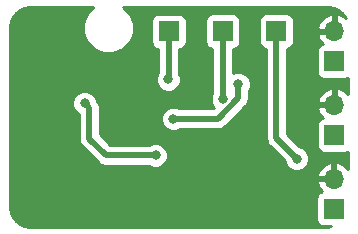
<source format=gbr>
G04 #@! TF.GenerationSoftware,KiCad,Pcbnew,(5.0.0)*
G04 #@! TF.CreationDate,2019-01-08T23:41:56-05:00*
G04 #@! TF.ProjectId,Relay Breakout,52656C617920427265616B6F75742E6B,rev?*
G04 #@! TF.SameCoordinates,Original*
G04 #@! TF.FileFunction,Copper,L2,Bot,Signal*
G04 #@! TF.FilePolarity,Positive*
%FSLAX46Y46*%
G04 Gerber Fmt 4.6, Leading zero omitted, Abs format (unit mm)*
G04 Created by KiCad (PCBNEW (5.0.0)) date 01/08/19 23:41:56*
%MOMM*%
%LPD*%
G01*
G04 APERTURE LIST*
G04 #@! TA.AperFunction,ComponentPad*
%ADD10R,1.700000X1.700000*%
G04 #@! TD*
G04 #@! TA.AperFunction,ComponentPad*
%ADD11O,1.700000X1.700000*%
G04 #@! TD*
G04 #@! TA.AperFunction,ViaPad*
%ADD12C,0.800000*%
G04 #@! TD*
G04 #@! TA.AperFunction,Conductor*
%ADD13C,0.500000*%
G04 #@! TD*
G04 #@! TA.AperFunction,Conductor*
%ADD14C,0.254000*%
G04 #@! TD*
G04 APERTURE END LIST*
D10*
G04 #@! TO.P,J2,1*
G04 #@! TO.N,Net-(J2-Pad1)*
X129352040Y-84251800D03*
D11*
G04 #@! TO.P,J2,2*
G04 #@! TO.N,GND*
X129352040Y-81711800D03*
G04 #@! TD*
G04 #@! TO.P,J3,2*
G04 #@! TO.N,GND*
X129346960Y-87970360D03*
D10*
G04 #@! TO.P,J3,1*
G04 #@! TO.N,Net-(J3-Pad1)*
X129346960Y-90510360D03*
G04 #@! TD*
G04 #@! TO.P,J4,1*
G04 #@! TO.N,Net-(J4-Pad1)*
X129311400Y-96748600D03*
D11*
G04 #@! TO.P,J4,2*
G04 #@! TO.N,GND*
X129311400Y-94208600D03*
G04 #@! TD*
D10*
G04 #@! TO.P,J5,1*
G04 #@! TO.N,Net-(J5-Pad1)*
X124444760Y-81701640D03*
G04 #@! TD*
G04 #@! TO.P,J6,1*
G04 #@! TO.N,Net-(J6-Pad1)*
X119893080Y-81711800D03*
G04 #@! TD*
G04 #@! TO.P,J7,1*
G04 #@! TO.N,Net-(J7-Pad1)*
X115341400Y-81742280D03*
G04 #@! TD*
D12*
G04 #@! TO.N,GND*
X111500920Y-96433640D03*
X113314480Y-96377760D03*
X111526320Y-97962720D03*
X113299240Y-98003360D03*
X112369600Y-90200480D03*
X118221760Y-93426280D03*
X121711720Y-97312480D03*
G04 #@! TO.N,3V3DC*
X108198920Y-87833200D03*
X114208560Y-92242640D03*
G04 #@! TO.N,Net-(J2-Pad1)*
X115727480Y-89143840D03*
X121218960Y-86212680D03*
G04 #@! TO.N,Net-(J5-Pad1)*
X126166880Y-92511880D03*
G04 #@! TO.N,Net-(J6-Pad1)*
X119898160Y-87457280D03*
G04 #@! TO.N,Net-(J7-Pad1)*
X115290600Y-85796120D03*
G04 #@! TD*
D13*
G04 #@! TO.N,3V3DC*
X108598919Y-88233199D02*
X108598919Y-90818919D01*
X108198920Y-87833200D02*
X108598919Y-88233199D01*
X108598919Y-90818919D02*
X110022640Y-92242640D01*
X110022640Y-92242640D02*
X114208560Y-92242640D01*
G04 #@! TO.N,Net-(J2-Pad1)*
X121218960Y-87394482D02*
X121218960Y-86212680D01*
X115727480Y-89143840D02*
X119469602Y-89143840D01*
X119469602Y-89143840D02*
X121218960Y-87394482D01*
G04 #@! TO.N,Net-(J5-Pad1)*
X124444760Y-81701640D02*
X124444760Y-90789760D01*
X124444760Y-90789760D02*
X126166880Y-92511880D01*
G04 #@! TO.N,Net-(J6-Pad1)*
X119893080Y-81711800D02*
X119893080Y-87452200D01*
X119893080Y-87452200D02*
X119898160Y-87457280D01*
G04 #@! TO.N,Net-(J7-Pad1)*
X115341400Y-81742280D02*
X115341400Y-85745320D01*
X115341400Y-85745320D02*
X115290600Y-85796120D01*
G04 #@! TD*
D14*
G04 #@! TO.N,GND*
G36*
X108941810Y-79697084D02*
X108400634Y-80238260D01*
X108075600Y-81022962D01*
X108075600Y-81872318D01*
X108400634Y-82657020D01*
X109001220Y-83257606D01*
X109785922Y-83582640D01*
X110635278Y-83582640D01*
X111419980Y-83257606D01*
X112020566Y-82657020D01*
X112345600Y-81872318D01*
X112345600Y-81022962D01*
X112291470Y-80892280D01*
X113843960Y-80892280D01*
X113843960Y-82592280D01*
X113893243Y-82840045D01*
X114033591Y-83050089D01*
X114243635Y-83190437D01*
X114456400Y-83232758D01*
X114456401Y-85166608D01*
X114413169Y-85209840D01*
X114255600Y-85590246D01*
X114255600Y-86001994D01*
X114413169Y-86382400D01*
X114704320Y-86673551D01*
X115084726Y-86831120D01*
X115496474Y-86831120D01*
X115876880Y-86673551D01*
X116168031Y-86382400D01*
X116325600Y-86001994D01*
X116325600Y-85590246D01*
X116226400Y-85350756D01*
X116226400Y-83232758D01*
X116439165Y-83190437D01*
X116649209Y-83050089D01*
X116789557Y-82840045D01*
X116838840Y-82592280D01*
X116838840Y-80892280D01*
X116789557Y-80644515D01*
X116649209Y-80434471D01*
X116439165Y-80294123D01*
X116191400Y-80244840D01*
X114491400Y-80244840D01*
X114243635Y-80294123D01*
X114033591Y-80434471D01*
X113893243Y-80644515D01*
X113843960Y-80892280D01*
X112291470Y-80892280D01*
X112020566Y-80238260D01*
X111480915Y-79698609D01*
X128831780Y-79709032D01*
X129295980Y-79771148D01*
X129685286Y-79933374D01*
X130019341Y-80190832D01*
X130275376Y-80525974D01*
X130302943Y-80592928D01*
X130233398Y-80516617D01*
X129708932Y-80270314D01*
X129479040Y-80390981D01*
X129479040Y-81584800D01*
X129499040Y-81584800D01*
X129499040Y-81838800D01*
X129479040Y-81838800D01*
X129479040Y-81858800D01*
X129225040Y-81858800D01*
X129225040Y-81838800D01*
X128031885Y-81838800D01*
X127910564Y-82068690D01*
X128080395Y-82478724D01*
X128357748Y-82783061D01*
X128254275Y-82803643D01*
X128044231Y-82943991D01*
X127903883Y-83154035D01*
X127854600Y-83401800D01*
X127854600Y-85101800D01*
X127903883Y-85349565D01*
X128044231Y-85559609D01*
X128254275Y-85699957D01*
X128502040Y-85749240D01*
X130202040Y-85749240D01*
X130449805Y-85699957D01*
X130504195Y-85663615D01*
X130505131Y-87078921D01*
X130228318Y-86775177D01*
X129703852Y-86528874D01*
X129473960Y-86649541D01*
X129473960Y-87843360D01*
X129493960Y-87843360D01*
X129493960Y-88097360D01*
X129473960Y-88097360D01*
X129473960Y-88117360D01*
X129219960Y-88117360D01*
X129219960Y-88097360D01*
X128026805Y-88097360D01*
X127905484Y-88327250D01*
X128075315Y-88737284D01*
X128352668Y-89041621D01*
X128249195Y-89062203D01*
X128039151Y-89202551D01*
X127898803Y-89412595D01*
X127849520Y-89660360D01*
X127849520Y-91360360D01*
X127898803Y-91608125D01*
X128039151Y-91818169D01*
X128249195Y-91958517D01*
X128496960Y-92007800D01*
X130196960Y-92007800D01*
X130444725Y-91958517D01*
X130508329Y-91916018D01*
X130509284Y-93360739D01*
X130192758Y-93013417D01*
X129668292Y-92767114D01*
X129438400Y-92887781D01*
X129438400Y-94081600D01*
X129458400Y-94081600D01*
X129458400Y-94335600D01*
X129438400Y-94335600D01*
X129438400Y-94355600D01*
X129184400Y-94355600D01*
X129184400Y-94335600D01*
X127991245Y-94335600D01*
X127869924Y-94565490D01*
X128039755Y-94975524D01*
X128317108Y-95279861D01*
X128213635Y-95300443D01*
X128003591Y-95440791D01*
X127863243Y-95650835D01*
X127813960Y-95898600D01*
X127813960Y-97598600D01*
X127863243Y-97846365D01*
X128003591Y-98056409D01*
X128213635Y-98196757D01*
X128461400Y-98246040D01*
X129091031Y-98246040D01*
X128792759Y-98284986D01*
X128777481Y-98289062D01*
X103567457Y-98294109D01*
X103103732Y-98232058D01*
X102714424Y-98069831D01*
X102380370Y-97812375D01*
X102124334Y-97477231D01*
X101963616Y-97086882D01*
X101903554Y-96626893D01*
X101900806Y-93851710D01*
X127869924Y-93851710D01*
X127991245Y-94081600D01*
X129184400Y-94081600D01*
X129184400Y-92887781D01*
X128954508Y-92767114D01*
X128430042Y-93013417D01*
X128039755Y-93441676D01*
X127869924Y-93851710D01*
X101900806Y-93851710D01*
X101894641Y-87627326D01*
X107163920Y-87627326D01*
X107163920Y-88039074D01*
X107321489Y-88419480D01*
X107612640Y-88710631D01*
X107713919Y-88752582D01*
X107713920Y-90731754D01*
X107696582Y-90818919D01*
X107765267Y-91164228D01*
X107911495Y-91383073D01*
X107911497Y-91383075D01*
X107960871Y-91456968D01*
X108034764Y-91506342D01*
X109335217Y-92806796D01*
X109384591Y-92880689D01*
X109458484Y-92930063D01*
X109458485Y-92930064D01*
X109583231Y-93013417D01*
X109677330Y-93076292D01*
X109935475Y-93127640D01*
X109935479Y-93127640D01*
X110022640Y-93144977D01*
X110109801Y-93127640D01*
X113640553Y-93127640D01*
X114002686Y-93277640D01*
X114414434Y-93277640D01*
X114794840Y-93120071D01*
X115085991Y-92828920D01*
X115243560Y-92448514D01*
X115243560Y-92036766D01*
X115085991Y-91656360D01*
X114794840Y-91365209D01*
X114414434Y-91207640D01*
X114002686Y-91207640D01*
X113640553Y-91357640D01*
X110389219Y-91357640D01*
X109483919Y-90452341D01*
X109483919Y-88937966D01*
X114692480Y-88937966D01*
X114692480Y-89349714D01*
X114850049Y-89730120D01*
X115141200Y-90021271D01*
X115521606Y-90178840D01*
X115933354Y-90178840D01*
X116295487Y-90028840D01*
X119382441Y-90028840D01*
X119469602Y-90046177D01*
X119556763Y-90028840D01*
X119556767Y-90028840D01*
X119814912Y-89977492D01*
X120107651Y-89781889D01*
X120157027Y-89707993D01*
X121783116Y-88081905D01*
X121857009Y-88032531D01*
X121990199Y-87833200D01*
X122052612Y-87739792D01*
X122067856Y-87663154D01*
X122103960Y-87481647D01*
X122103960Y-87481643D01*
X122121297Y-87394482D01*
X122103960Y-87307321D01*
X122103960Y-86780687D01*
X122253960Y-86418554D01*
X122253960Y-86006806D01*
X122096391Y-85626400D01*
X121805240Y-85335249D01*
X121424834Y-85177680D01*
X121013086Y-85177680D01*
X120778080Y-85275022D01*
X120778080Y-83202278D01*
X120990845Y-83159957D01*
X121200889Y-83019609D01*
X121341237Y-82809565D01*
X121390520Y-82561800D01*
X121390520Y-80861800D01*
X121388500Y-80851640D01*
X122947320Y-80851640D01*
X122947320Y-82551640D01*
X122996603Y-82799405D01*
X123136951Y-83009449D01*
X123346995Y-83149797D01*
X123559760Y-83192118D01*
X123559761Y-90702595D01*
X123542423Y-90789760D01*
X123611108Y-91135069D01*
X123757336Y-91353914D01*
X123757338Y-91353916D01*
X123806712Y-91427809D01*
X123880605Y-91477183D01*
X125139449Y-92736028D01*
X125289449Y-93098160D01*
X125580600Y-93389311D01*
X125961006Y-93546880D01*
X126372754Y-93546880D01*
X126753160Y-93389311D01*
X127044311Y-93098160D01*
X127201880Y-92717754D01*
X127201880Y-92306006D01*
X127044311Y-91925600D01*
X126753160Y-91634449D01*
X126391028Y-91484449D01*
X125329760Y-90423182D01*
X125329760Y-87613470D01*
X127905484Y-87613470D01*
X128026805Y-87843360D01*
X129219960Y-87843360D01*
X129219960Y-86649541D01*
X128990068Y-86528874D01*
X128465602Y-86775177D01*
X128075315Y-87203436D01*
X127905484Y-87613470D01*
X125329760Y-87613470D01*
X125329760Y-83192118D01*
X125542525Y-83149797D01*
X125752569Y-83009449D01*
X125892917Y-82799405D01*
X125942200Y-82551640D01*
X125942200Y-81354910D01*
X127910564Y-81354910D01*
X128031885Y-81584800D01*
X129225040Y-81584800D01*
X129225040Y-80390981D01*
X128995148Y-80270314D01*
X128470682Y-80516617D01*
X128080395Y-80944876D01*
X127910564Y-81354910D01*
X125942200Y-81354910D01*
X125942200Y-80851640D01*
X125892917Y-80603875D01*
X125752569Y-80393831D01*
X125542525Y-80253483D01*
X125294760Y-80204200D01*
X123594760Y-80204200D01*
X123346995Y-80253483D01*
X123136951Y-80393831D01*
X122996603Y-80603875D01*
X122947320Y-80851640D01*
X121388500Y-80851640D01*
X121341237Y-80614035D01*
X121200889Y-80403991D01*
X120990845Y-80263643D01*
X120743080Y-80214360D01*
X119043080Y-80214360D01*
X118795315Y-80263643D01*
X118585271Y-80403991D01*
X118444923Y-80614035D01*
X118395640Y-80861800D01*
X118395640Y-82561800D01*
X118444923Y-82809565D01*
X118585271Y-83019609D01*
X118795315Y-83159957D01*
X119008080Y-83202278D01*
X119008081Y-86901535D01*
X118863160Y-87251406D01*
X118863160Y-87663154D01*
X119020729Y-88043560D01*
X119169516Y-88192347D01*
X119103024Y-88258840D01*
X116295487Y-88258840D01*
X115933354Y-88108840D01*
X115521606Y-88108840D01*
X115141200Y-88266409D01*
X114850049Y-88557560D01*
X114692480Y-88937966D01*
X109483919Y-88937966D01*
X109483919Y-88320359D01*
X109501256Y-88233198D01*
X109483919Y-88146035D01*
X109483919Y-88146034D01*
X109432571Y-87887889D01*
X109236968Y-87595150D01*
X109214326Y-87580021D01*
X109076351Y-87246920D01*
X108785200Y-86955769D01*
X108404794Y-86798200D01*
X107993046Y-86798200D01*
X107612640Y-86955769D01*
X107321489Y-87246920D01*
X107163920Y-87627326D01*
X101894641Y-87627326D01*
X101888426Y-81352199D01*
X101950423Y-80888890D01*
X102112649Y-80499584D01*
X102370107Y-80165529D01*
X102705249Y-79909494D01*
X103095595Y-79748776D01*
X103516448Y-79693825D01*
X108941810Y-79697084D01*
X108941810Y-79697084D01*
G37*
X108941810Y-79697084D02*
X108400634Y-80238260D01*
X108075600Y-81022962D01*
X108075600Y-81872318D01*
X108400634Y-82657020D01*
X109001220Y-83257606D01*
X109785922Y-83582640D01*
X110635278Y-83582640D01*
X111419980Y-83257606D01*
X112020566Y-82657020D01*
X112345600Y-81872318D01*
X112345600Y-81022962D01*
X112291470Y-80892280D01*
X113843960Y-80892280D01*
X113843960Y-82592280D01*
X113893243Y-82840045D01*
X114033591Y-83050089D01*
X114243635Y-83190437D01*
X114456400Y-83232758D01*
X114456401Y-85166608D01*
X114413169Y-85209840D01*
X114255600Y-85590246D01*
X114255600Y-86001994D01*
X114413169Y-86382400D01*
X114704320Y-86673551D01*
X115084726Y-86831120D01*
X115496474Y-86831120D01*
X115876880Y-86673551D01*
X116168031Y-86382400D01*
X116325600Y-86001994D01*
X116325600Y-85590246D01*
X116226400Y-85350756D01*
X116226400Y-83232758D01*
X116439165Y-83190437D01*
X116649209Y-83050089D01*
X116789557Y-82840045D01*
X116838840Y-82592280D01*
X116838840Y-80892280D01*
X116789557Y-80644515D01*
X116649209Y-80434471D01*
X116439165Y-80294123D01*
X116191400Y-80244840D01*
X114491400Y-80244840D01*
X114243635Y-80294123D01*
X114033591Y-80434471D01*
X113893243Y-80644515D01*
X113843960Y-80892280D01*
X112291470Y-80892280D01*
X112020566Y-80238260D01*
X111480915Y-79698609D01*
X128831780Y-79709032D01*
X129295980Y-79771148D01*
X129685286Y-79933374D01*
X130019341Y-80190832D01*
X130275376Y-80525974D01*
X130302943Y-80592928D01*
X130233398Y-80516617D01*
X129708932Y-80270314D01*
X129479040Y-80390981D01*
X129479040Y-81584800D01*
X129499040Y-81584800D01*
X129499040Y-81838800D01*
X129479040Y-81838800D01*
X129479040Y-81858800D01*
X129225040Y-81858800D01*
X129225040Y-81838800D01*
X128031885Y-81838800D01*
X127910564Y-82068690D01*
X128080395Y-82478724D01*
X128357748Y-82783061D01*
X128254275Y-82803643D01*
X128044231Y-82943991D01*
X127903883Y-83154035D01*
X127854600Y-83401800D01*
X127854600Y-85101800D01*
X127903883Y-85349565D01*
X128044231Y-85559609D01*
X128254275Y-85699957D01*
X128502040Y-85749240D01*
X130202040Y-85749240D01*
X130449805Y-85699957D01*
X130504195Y-85663615D01*
X130505131Y-87078921D01*
X130228318Y-86775177D01*
X129703852Y-86528874D01*
X129473960Y-86649541D01*
X129473960Y-87843360D01*
X129493960Y-87843360D01*
X129493960Y-88097360D01*
X129473960Y-88097360D01*
X129473960Y-88117360D01*
X129219960Y-88117360D01*
X129219960Y-88097360D01*
X128026805Y-88097360D01*
X127905484Y-88327250D01*
X128075315Y-88737284D01*
X128352668Y-89041621D01*
X128249195Y-89062203D01*
X128039151Y-89202551D01*
X127898803Y-89412595D01*
X127849520Y-89660360D01*
X127849520Y-91360360D01*
X127898803Y-91608125D01*
X128039151Y-91818169D01*
X128249195Y-91958517D01*
X128496960Y-92007800D01*
X130196960Y-92007800D01*
X130444725Y-91958517D01*
X130508329Y-91916018D01*
X130509284Y-93360739D01*
X130192758Y-93013417D01*
X129668292Y-92767114D01*
X129438400Y-92887781D01*
X129438400Y-94081600D01*
X129458400Y-94081600D01*
X129458400Y-94335600D01*
X129438400Y-94335600D01*
X129438400Y-94355600D01*
X129184400Y-94355600D01*
X129184400Y-94335600D01*
X127991245Y-94335600D01*
X127869924Y-94565490D01*
X128039755Y-94975524D01*
X128317108Y-95279861D01*
X128213635Y-95300443D01*
X128003591Y-95440791D01*
X127863243Y-95650835D01*
X127813960Y-95898600D01*
X127813960Y-97598600D01*
X127863243Y-97846365D01*
X128003591Y-98056409D01*
X128213635Y-98196757D01*
X128461400Y-98246040D01*
X129091031Y-98246040D01*
X128792759Y-98284986D01*
X128777481Y-98289062D01*
X103567457Y-98294109D01*
X103103732Y-98232058D01*
X102714424Y-98069831D01*
X102380370Y-97812375D01*
X102124334Y-97477231D01*
X101963616Y-97086882D01*
X101903554Y-96626893D01*
X101900806Y-93851710D01*
X127869924Y-93851710D01*
X127991245Y-94081600D01*
X129184400Y-94081600D01*
X129184400Y-92887781D01*
X128954508Y-92767114D01*
X128430042Y-93013417D01*
X128039755Y-93441676D01*
X127869924Y-93851710D01*
X101900806Y-93851710D01*
X101894641Y-87627326D01*
X107163920Y-87627326D01*
X107163920Y-88039074D01*
X107321489Y-88419480D01*
X107612640Y-88710631D01*
X107713919Y-88752582D01*
X107713920Y-90731754D01*
X107696582Y-90818919D01*
X107765267Y-91164228D01*
X107911495Y-91383073D01*
X107911497Y-91383075D01*
X107960871Y-91456968D01*
X108034764Y-91506342D01*
X109335217Y-92806796D01*
X109384591Y-92880689D01*
X109458484Y-92930063D01*
X109458485Y-92930064D01*
X109583231Y-93013417D01*
X109677330Y-93076292D01*
X109935475Y-93127640D01*
X109935479Y-93127640D01*
X110022640Y-93144977D01*
X110109801Y-93127640D01*
X113640553Y-93127640D01*
X114002686Y-93277640D01*
X114414434Y-93277640D01*
X114794840Y-93120071D01*
X115085991Y-92828920D01*
X115243560Y-92448514D01*
X115243560Y-92036766D01*
X115085991Y-91656360D01*
X114794840Y-91365209D01*
X114414434Y-91207640D01*
X114002686Y-91207640D01*
X113640553Y-91357640D01*
X110389219Y-91357640D01*
X109483919Y-90452341D01*
X109483919Y-88937966D01*
X114692480Y-88937966D01*
X114692480Y-89349714D01*
X114850049Y-89730120D01*
X115141200Y-90021271D01*
X115521606Y-90178840D01*
X115933354Y-90178840D01*
X116295487Y-90028840D01*
X119382441Y-90028840D01*
X119469602Y-90046177D01*
X119556763Y-90028840D01*
X119556767Y-90028840D01*
X119814912Y-89977492D01*
X120107651Y-89781889D01*
X120157027Y-89707993D01*
X121783116Y-88081905D01*
X121857009Y-88032531D01*
X121990199Y-87833200D01*
X122052612Y-87739792D01*
X122067856Y-87663154D01*
X122103960Y-87481647D01*
X122103960Y-87481643D01*
X122121297Y-87394482D01*
X122103960Y-87307321D01*
X122103960Y-86780687D01*
X122253960Y-86418554D01*
X122253960Y-86006806D01*
X122096391Y-85626400D01*
X121805240Y-85335249D01*
X121424834Y-85177680D01*
X121013086Y-85177680D01*
X120778080Y-85275022D01*
X120778080Y-83202278D01*
X120990845Y-83159957D01*
X121200889Y-83019609D01*
X121341237Y-82809565D01*
X121390520Y-82561800D01*
X121390520Y-80861800D01*
X121388500Y-80851640D01*
X122947320Y-80851640D01*
X122947320Y-82551640D01*
X122996603Y-82799405D01*
X123136951Y-83009449D01*
X123346995Y-83149797D01*
X123559760Y-83192118D01*
X123559761Y-90702595D01*
X123542423Y-90789760D01*
X123611108Y-91135069D01*
X123757336Y-91353914D01*
X123757338Y-91353916D01*
X123806712Y-91427809D01*
X123880605Y-91477183D01*
X125139449Y-92736028D01*
X125289449Y-93098160D01*
X125580600Y-93389311D01*
X125961006Y-93546880D01*
X126372754Y-93546880D01*
X126753160Y-93389311D01*
X127044311Y-93098160D01*
X127201880Y-92717754D01*
X127201880Y-92306006D01*
X127044311Y-91925600D01*
X126753160Y-91634449D01*
X126391028Y-91484449D01*
X125329760Y-90423182D01*
X125329760Y-87613470D01*
X127905484Y-87613470D01*
X128026805Y-87843360D01*
X129219960Y-87843360D01*
X129219960Y-86649541D01*
X128990068Y-86528874D01*
X128465602Y-86775177D01*
X128075315Y-87203436D01*
X127905484Y-87613470D01*
X125329760Y-87613470D01*
X125329760Y-83192118D01*
X125542525Y-83149797D01*
X125752569Y-83009449D01*
X125892917Y-82799405D01*
X125942200Y-82551640D01*
X125942200Y-81354910D01*
X127910564Y-81354910D01*
X128031885Y-81584800D01*
X129225040Y-81584800D01*
X129225040Y-80390981D01*
X128995148Y-80270314D01*
X128470682Y-80516617D01*
X128080395Y-80944876D01*
X127910564Y-81354910D01*
X125942200Y-81354910D01*
X125942200Y-80851640D01*
X125892917Y-80603875D01*
X125752569Y-80393831D01*
X125542525Y-80253483D01*
X125294760Y-80204200D01*
X123594760Y-80204200D01*
X123346995Y-80253483D01*
X123136951Y-80393831D01*
X122996603Y-80603875D01*
X122947320Y-80851640D01*
X121388500Y-80851640D01*
X121341237Y-80614035D01*
X121200889Y-80403991D01*
X120990845Y-80263643D01*
X120743080Y-80214360D01*
X119043080Y-80214360D01*
X118795315Y-80263643D01*
X118585271Y-80403991D01*
X118444923Y-80614035D01*
X118395640Y-80861800D01*
X118395640Y-82561800D01*
X118444923Y-82809565D01*
X118585271Y-83019609D01*
X118795315Y-83159957D01*
X119008080Y-83202278D01*
X119008081Y-86901535D01*
X118863160Y-87251406D01*
X118863160Y-87663154D01*
X119020729Y-88043560D01*
X119169516Y-88192347D01*
X119103024Y-88258840D01*
X116295487Y-88258840D01*
X115933354Y-88108840D01*
X115521606Y-88108840D01*
X115141200Y-88266409D01*
X114850049Y-88557560D01*
X114692480Y-88937966D01*
X109483919Y-88937966D01*
X109483919Y-88320359D01*
X109501256Y-88233198D01*
X109483919Y-88146035D01*
X109483919Y-88146034D01*
X109432571Y-87887889D01*
X109236968Y-87595150D01*
X109214326Y-87580021D01*
X109076351Y-87246920D01*
X108785200Y-86955769D01*
X108404794Y-86798200D01*
X107993046Y-86798200D01*
X107612640Y-86955769D01*
X107321489Y-87246920D01*
X107163920Y-87627326D01*
X101894641Y-87627326D01*
X101888426Y-81352199D01*
X101950423Y-80888890D01*
X102112649Y-80499584D01*
X102370107Y-80165529D01*
X102705249Y-79909494D01*
X103095595Y-79748776D01*
X103516448Y-79693825D01*
X108941810Y-79697084D01*
G04 #@! TD*
M02*

</source>
